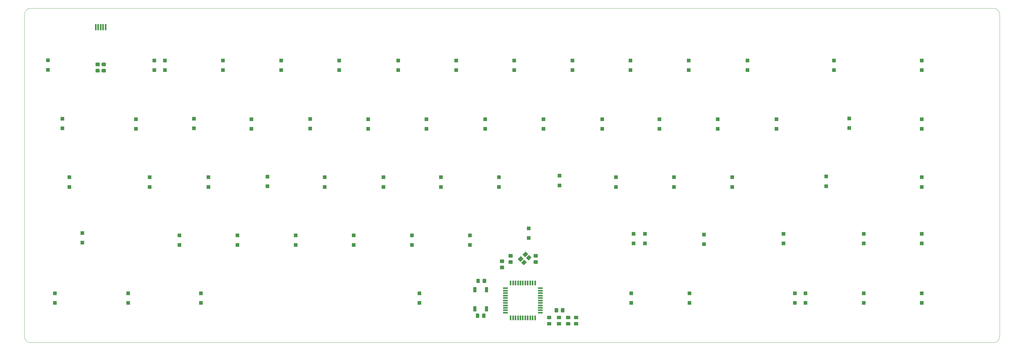
<source format=gbr>
G04 #@! TF.GenerationSoftware,KiCad,Pcbnew,(5.1.5)-3*
G04 #@! TF.CreationDate,2020-04-14T21:23:00-05:00*
G04 #@! TF.ProjectId,Without Led and Usb-c,57697468-6f75-4742-904c-656420616e64,rev?*
G04 #@! TF.SameCoordinates,Original*
G04 #@! TF.FileFunction,Paste,Bot*
G04 #@! TF.FilePolarity,Positive*
%FSLAX46Y46*%
G04 Gerber Fmt 4.6, Leading zero omitted, Abs format (unit mm)*
G04 Created by KiCad (PCBNEW (5.1.5)-3) date 2020-04-14 21:23:00*
%MOMM*%
%LPD*%
G04 APERTURE LIST*
%ADD10C,0.050000*%
%ADD11R,1.200000X1.200000*%
%ADD12C,0.100000*%
%ADD13R,0.550000X1.500000*%
%ADD14R,1.500000X0.550000*%
%ADD15R,1.000000X1.700000*%
%ADD16R,0.500000X2.000000*%
G04 APERTURE END LIST*
D10*
X9820000Y-147280000D02*
X9819976Y-41880000D01*
X326720000Y-39879976D02*
G75*
G02X328720024Y-41880000I0J-2000024D01*
G01*
X328720000Y-147280000D02*
G75*
G02X326720000Y-149280000I-2000000J0D01*
G01*
X11820000Y-149280000D02*
G75*
G02X9820000Y-147280000I0J2000000D01*
G01*
X9819976Y-41880000D02*
G75*
G02X11820000Y-39879976I2000024J0D01*
G01*
X11820000Y-39879976D02*
X15820000Y-39880000D01*
X326720000Y-149280000D02*
X11820000Y-149280000D01*
X328720024Y-41880000D02*
X328720000Y-147280000D01*
X15820000Y-39880000D02*
X326720000Y-39879976D01*
D11*
X43750000Y-136325000D03*
X43750000Y-133175000D03*
X261750000Y-136325000D03*
X261750000Y-133175000D03*
X303250000Y-79325000D03*
X303250000Y-76175000D03*
X303250000Y-60075000D03*
X303250000Y-56925000D03*
X303250000Y-136325000D03*
X303250000Y-133175000D03*
X303250000Y-116825000D03*
X303250000Y-113675000D03*
X303250000Y-98325000D03*
X303250000Y-95175000D03*
X279500000Y-79075000D03*
X279500000Y-75925000D03*
X274500000Y-60075000D03*
X274500000Y-56925000D03*
X284250000Y-136325000D03*
X284250000Y-133175000D03*
X284250000Y-116825000D03*
X284250000Y-113675000D03*
X272000000Y-98075000D03*
X272000000Y-94925000D03*
X255750000Y-79325000D03*
X255750000Y-76175000D03*
X246250000Y-60075000D03*
X246250000Y-56925000D03*
X265250000Y-136325000D03*
X265250000Y-133175000D03*
X258000000Y-116825000D03*
X258000000Y-113675000D03*
X241250000Y-98325000D03*
X241250000Y-95175000D03*
X236500000Y-79325000D03*
X236500000Y-76175000D03*
X227000000Y-60075000D03*
X227000000Y-56925000D03*
X227250000Y-136325000D03*
X227250000Y-133175000D03*
X232000000Y-117075000D03*
X232000000Y-113925000D03*
X222250000Y-98325000D03*
X222250000Y-95175000D03*
X217500000Y-79325000D03*
X217500000Y-76175000D03*
X208000000Y-60075000D03*
X208000000Y-56925000D03*
X208250000Y-136325000D03*
X208250000Y-133175000D03*
X212750000Y-116825000D03*
X212750000Y-113675000D03*
X203250000Y-98325000D03*
X203250000Y-95175000D03*
X198750000Y-79325000D03*
X198750000Y-76175000D03*
X189000000Y-60075000D03*
X189000000Y-56925000D03*
X209000000Y-116825000D03*
X209000000Y-113675000D03*
X184750000Y-97825000D03*
X184750000Y-94675000D03*
X179500000Y-79325000D03*
X179500000Y-76175000D03*
X170000000Y-60075000D03*
X170000000Y-56925000D03*
X174750000Y-115075000D03*
X174750000Y-111925000D03*
X165000000Y-98325000D03*
X165000000Y-95175000D03*
X160500000Y-79325000D03*
X160500000Y-76175000D03*
X151000000Y-60075000D03*
X151000000Y-56925000D03*
X155500000Y-117325000D03*
X155500000Y-114175000D03*
X146000000Y-98325000D03*
X146000000Y-95175000D03*
X141250000Y-79325000D03*
X141250000Y-76175000D03*
X132000000Y-60075000D03*
X132000000Y-56925000D03*
X139000000Y-136325000D03*
X139000000Y-133175000D03*
X136500000Y-117325000D03*
X136500000Y-114175000D03*
X127250000Y-98325000D03*
X127250000Y-95175000D03*
X122250000Y-79325000D03*
X122250000Y-76175000D03*
X112750000Y-60075000D03*
X112750000Y-56925000D03*
X117500000Y-117325000D03*
X117500000Y-114175000D03*
X108000000Y-98325000D03*
X108000000Y-95175000D03*
X103250000Y-79225000D03*
X103250000Y-76075000D03*
X93750000Y-60075000D03*
X93750000Y-56925000D03*
X98500000Y-117325000D03*
X98500000Y-114175000D03*
X89250000Y-98150000D03*
X89250000Y-95000000D03*
X84000000Y-79325000D03*
X84000000Y-76175000D03*
X74750000Y-60075000D03*
X74750000Y-56925000D03*
X67500000Y-136325000D03*
X67500000Y-133175000D03*
X79500000Y-117325000D03*
X79500000Y-114175000D03*
X70000000Y-98325000D03*
X70000000Y-95175000D03*
X65250000Y-79150000D03*
X65250000Y-76000000D03*
X55750000Y-60075000D03*
X55750000Y-56925000D03*
X60500000Y-117325000D03*
X60500000Y-114175000D03*
X50750000Y-98325000D03*
X50750000Y-95175000D03*
X46250000Y-79325000D03*
X46250000Y-76175000D03*
X52250000Y-60075000D03*
X52250000Y-56925000D03*
X19750000Y-136325000D03*
X19750000Y-133175000D03*
X28750000Y-116575000D03*
X28750000Y-113425000D03*
X24500000Y-98325000D03*
X24500000Y-95175000D03*
X22250000Y-79175000D03*
X22250000Y-76025000D03*
X17500000Y-56895000D03*
X17500000Y-60045000D03*
D12*
G36*
X184124505Y-138001204D02*
G01*
X184148773Y-138004804D01*
X184172572Y-138010765D01*
X184195671Y-138019030D01*
X184217850Y-138029520D01*
X184238893Y-138042132D01*
X184258599Y-138056747D01*
X184276777Y-138073223D01*
X184293253Y-138091401D01*
X184307868Y-138111107D01*
X184320480Y-138132150D01*
X184330970Y-138154329D01*
X184339235Y-138177428D01*
X184345196Y-138201227D01*
X184348796Y-138225495D01*
X184350000Y-138249999D01*
X184350000Y-139150001D01*
X184348796Y-139174505D01*
X184345196Y-139198773D01*
X184339235Y-139222572D01*
X184330970Y-139245671D01*
X184320480Y-139267850D01*
X184307868Y-139288893D01*
X184293253Y-139308599D01*
X184276777Y-139326777D01*
X184258599Y-139343253D01*
X184238893Y-139357868D01*
X184217850Y-139370480D01*
X184195671Y-139380970D01*
X184172572Y-139389235D01*
X184148773Y-139395196D01*
X184124505Y-139398796D01*
X184100001Y-139400000D01*
X183449999Y-139400000D01*
X183425495Y-139398796D01*
X183401227Y-139395196D01*
X183377428Y-139389235D01*
X183354329Y-139380970D01*
X183332150Y-139370480D01*
X183311107Y-139357868D01*
X183291401Y-139343253D01*
X183273223Y-139326777D01*
X183256747Y-139308599D01*
X183242132Y-139288893D01*
X183229520Y-139267850D01*
X183219030Y-139245671D01*
X183210765Y-139222572D01*
X183204804Y-139198773D01*
X183201204Y-139174505D01*
X183200000Y-139150001D01*
X183200000Y-138249999D01*
X183201204Y-138225495D01*
X183204804Y-138201227D01*
X183210765Y-138177428D01*
X183219030Y-138154329D01*
X183229520Y-138132150D01*
X183242132Y-138111107D01*
X183256747Y-138091401D01*
X183273223Y-138073223D01*
X183291401Y-138056747D01*
X183311107Y-138042132D01*
X183332150Y-138029520D01*
X183354329Y-138019030D01*
X183377428Y-138010765D01*
X183401227Y-138004804D01*
X183425495Y-138001204D01*
X183449999Y-138000000D01*
X184100001Y-138000000D01*
X184124505Y-138001204D01*
G37*
G36*
X186174505Y-138001204D02*
G01*
X186198773Y-138004804D01*
X186222572Y-138010765D01*
X186245671Y-138019030D01*
X186267850Y-138029520D01*
X186288893Y-138042132D01*
X186308599Y-138056747D01*
X186326777Y-138073223D01*
X186343253Y-138091401D01*
X186357868Y-138111107D01*
X186370480Y-138132150D01*
X186380970Y-138154329D01*
X186389235Y-138177428D01*
X186395196Y-138201227D01*
X186398796Y-138225495D01*
X186400000Y-138249999D01*
X186400000Y-139150001D01*
X186398796Y-139174505D01*
X186395196Y-139198773D01*
X186389235Y-139222572D01*
X186380970Y-139245671D01*
X186370480Y-139267850D01*
X186357868Y-139288893D01*
X186343253Y-139308599D01*
X186326777Y-139326777D01*
X186308599Y-139343253D01*
X186288893Y-139357868D01*
X186267850Y-139370480D01*
X186245671Y-139380970D01*
X186222572Y-139389235D01*
X186198773Y-139395196D01*
X186174505Y-139398796D01*
X186150001Y-139400000D01*
X185499999Y-139400000D01*
X185475495Y-139398796D01*
X185451227Y-139395196D01*
X185427428Y-139389235D01*
X185404329Y-139380970D01*
X185382150Y-139370480D01*
X185361107Y-139357868D01*
X185341401Y-139343253D01*
X185323223Y-139326777D01*
X185306747Y-139308599D01*
X185292132Y-139288893D01*
X185279520Y-139267850D01*
X185269030Y-139245671D01*
X185260765Y-139222572D01*
X185254804Y-139198773D01*
X185251204Y-139174505D01*
X185250000Y-139150001D01*
X185250000Y-138249999D01*
X185251204Y-138225495D01*
X185254804Y-138201227D01*
X185260765Y-138177428D01*
X185269030Y-138154329D01*
X185279520Y-138132150D01*
X185292132Y-138111107D01*
X185306747Y-138091401D01*
X185323223Y-138073223D01*
X185341401Y-138056747D01*
X185361107Y-138042132D01*
X185382150Y-138029520D01*
X185404329Y-138019030D01*
X185427428Y-138010765D01*
X185451227Y-138004804D01*
X185475495Y-138001204D01*
X185499999Y-138000000D01*
X186150001Y-138000000D01*
X186174505Y-138001204D01*
G37*
G36*
X160574505Y-128401204D02*
G01*
X160598773Y-128404804D01*
X160622572Y-128410765D01*
X160645671Y-128419030D01*
X160667850Y-128429520D01*
X160688893Y-128442132D01*
X160708599Y-128456747D01*
X160726777Y-128473223D01*
X160743253Y-128491401D01*
X160757868Y-128511107D01*
X160770480Y-128532150D01*
X160780970Y-128554329D01*
X160789235Y-128577428D01*
X160795196Y-128601227D01*
X160798796Y-128625495D01*
X160800000Y-128649999D01*
X160800000Y-129550001D01*
X160798796Y-129574505D01*
X160795196Y-129598773D01*
X160789235Y-129622572D01*
X160780970Y-129645671D01*
X160770480Y-129667850D01*
X160757868Y-129688893D01*
X160743253Y-129708599D01*
X160726777Y-129726777D01*
X160708599Y-129743253D01*
X160688893Y-129757868D01*
X160667850Y-129770480D01*
X160645671Y-129780970D01*
X160622572Y-129789235D01*
X160598773Y-129795196D01*
X160574505Y-129798796D01*
X160550001Y-129800000D01*
X159899999Y-129800000D01*
X159875495Y-129798796D01*
X159851227Y-129795196D01*
X159827428Y-129789235D01*
X159804329Y-129780970D01*
X159782150Y-129770480D01*
X159761107Y-129757868D01*
X159741401Y-129743253D01*
X159723223Y-129726777D01*
X159706747Y-129708599D01*
X159692132Y-129688893D01*
X159679520Y-129667850D01*
X159669030Y-129645671D01*
X159660765Y-129622572D01*
X159654804Y-129598773D01*
X159651204Y-129574505D01*
X159650000Y-129550001D01*
X159650000Y-128649999D01*
X159651204Y-128625495D01*
X159654804Y-128601227D01*
X159660765Y-128577428D01*
X159669030Y-128554329D01*
X159679520Y-128532150D01*
X159692132Y-128511107D01*
X159706747Y-128491401D01*
X159723223Y-128473223D01*
X159741401Y-128456747D01*
X159761107Y-128442132D01*
X159782150Y-128429520D01*
X159804329Y-128419030D01*
X159827428Y-128410765D01*
X159851227Y-128404804D01*
X159875495Y-128401204D01*
X159899999Y-128400000D01*
X160550001Y-128400000D01*
X160574505Y-128401204D01*
G37*
G36*
X158524505Y-128401204D02*
G01*
X158548773Y-128404804D01*
X158572572Y-128410765D01*
X158595671Y-128419030D01*
X158617850Y-128429520D01*
X158638893Y-128442132D01*
X158658599Y-128456747D01*
X158676777Y-128473223D01*
X158693253Y-128491401D01*
X158707868Y-128511107D01*
X158720480Y-128532150D01*
X158730970Y-128554329D01*
X158739235Y-128577428D01*
X158745196Y-128601227D01*
X158748796Y-128625495D01*
X158750000Y-128649999D01*
X158750000Y-129550001D01*
X158748796Y-129574505D01*
X158745196Y-129598773D01*
X158739235Y-129622572D01*
X158730970Y-129645671D01*
X158720480Y-129667850D01*
X158707868Y-129688893D01*
X158693253Y-129708599D01*
X158676777Y-129726777D01*
X158658599Y-129743253D01*
X158638893Y-129757868D01*
X158617850Y-129770480D01*
X158595671Y-129780970D01*
X158572572Y-129789235D01*
X158548773Y-129795196D01*
X158524505Y-129798796D01*
X158500001Y-129800000D01*
X157849999Y-129800000D01*
X157825495Y-129798796D01*
X157801227Y-129795196D01*
X157777428Y-129789235D01*
X157754329Y-129780970D01*
X157732150Y-129770480D01*
X157711107Y-129757868D01*
X157691401Y-129743253D01*
X157673223Y-129726777D01*
X157656747Y-129708599D01*
X157642132Y-129688893D01*
X157629520Y-129667850D01*
X157619030Y-129645671D01*
X157610765Y-129622572D01*
X157604804Y-129598773D01*
X157601204Y-129574505D01*
X157600000Y-129550001D01*
X157600000Y-128649999D01*
X157601204Y-128625495D01*
X157604804Y-128601227D01*
X157610765Y-128577428D01*
X157619030Y-128554329D01*
X157629520Y-128532150D01*
X157642132Y-128511107D01*
X157656747Y-128491401D01*
X157673223Y-128473223D01*
X157691401Y-128456747D01*
X157711107Y-128442132D01*
X157732150Y-128429520D01*
X157754329Y-128419030D01*
X157777428Y-128410765D01*
X157801227Y-128404804D01*
X157825495Y-128401204D01*
X157849999Y-128400000D01*
X158500001Y-128400000D01*
X158524505Y-128401204D01*
G37*
G36*
X158324505Y-139801204D02*
G01*
X158348773Y-139804804D01*
X158372572Y-139810765D01*
X158395671Y-139819030D01*
X158417850Y-139829520D01*
X158438893Y-139842132D01*
X158458599Y-139856747D01*
X158476777Y-139873223D01*
X158493253Y-139891401D01*
X158507868Y-139911107D01*
X158520480Y-139932150D01*
X158530970Y-139954329D01*
X158539235Y-139977428D01*
X158545196Y-140001227D01*
X158548796Y-140025495D01*
X158550000Y-140049999D01*
X158550000Y-140950001D01*
X158548796Y-140974505D01*
X158545196Y-140998773D01*
X158539235Y-141022572D01*
X158530970Y-141045671D01*
X158520480Y-141067850D01*
X158507868Y-141088893D01*
X158493253Y-141108599D01*
X158476777Y-141126777D01*
X158458599Y-141143253D01*
X158438893Y-141157868D01*
X158417850Y-141170480D01*
X158395671Y-141180970D01*
X158372572Y-141189235D01*
X158348773Y-141195196D01*
X158324505Y-141198796D01*
X158300001Y-141200000D01*
X157649999Y-141200000D01*
X157625495Y-141198796D01*
X157601227Y-141195196D01*
X157577428Y-141189235D01*
X157554329Y-141180970D01*
X157532150Y-141170480D01*
X157511107Y-141157868D01*
X157491401Y-141143253D01*
X157473223Y-141126777D01*
X157456747Y-141108599D01*
X157442132Y-141088893D01*
X157429520Y-141067850D01*
X157419030Y-141045671D01*
X157410765Y-141022572D01*
X157404804Y-140998773D01*
X157401204Y-140974505D01*
X157400000Y-140950001D01*
X157400000Y-140049999D01*
X157401204Y-140025495D01*
X157404804Y-140001227D01*
X157410765Y-139977428D01*
X157419030Y-139954329D01*
X157429520Y-139932150D01*
X157442132Y-139911107D01*
X157456747Y-139891401D01*
X157473223Y-139873223D01*
X157491401Y-139856747D01*
X157511107Y-139842132D01*
X157532150Y-139829520D01*
X157554329Y-139819030D01*
X157577428Y-139810765D01*
X157601227Y-139804804D01*
X157625495Y-139801204D01*
X157649999Y-139800000D01*
X158300001Y-139800000D01*
X158324505Y-139801204D01*
G37*
G36*
X160374505Y-139801204D02*
G01*
X160398773Y-139804804D01*
X160422572Y-139810765D01*
X160445671Y-139819030D01*
X160467850Y-139829520D01*
X160488893Y-139842132D01*
X160508599Y-139856747D01*
X160526777Y-139873223D01*
X160543253Y-139891401D01*
X160557868Y-139911107D01*
X160570480Y-139932150D01*
X160580970Y-139954329D01*
X160589235Y-139977428D01*
X160595196Y-140001227D01*
X160598796Y-140025495D01*
X160600000Y-140049999D01*
X160600000Y-140950001D01*
X160598796Y-140974505D01*
X160595196Y-140998773D01*
X160589235Y-141022572D01*
X160580970Y-141045671D01*
X160570480Y-141067850D01*
X160557868Y-141088893D01*
X160543253Y-141108599D01*
X160526777Y-141126777D01*
X160508599Y-141143253D01*
X160488893Y-141157868D01*
X160467850Y-141170480D01*
X160445671Y-141180970D01*
X160422572Y-141189235D01*
X160398773Y-141195196D01*
X160374505Y-141198796D01*
X160350001Y-141200000D01*
X159699999Y-141200000D01*
X159675495Y-141198796D01*
X159651227Y-141195196D01*
X159627428Y-141189235D01*
X159604329Y-141180970D01*
X159582150Y-141170480D01*
X159561107Y-141157868D01*
X159541401Y-141143253D01*
X159523223Y-141126777D01*
X159506747Y-141108599D01*
X159492132Y-141088893D01*
X159479520Y-141067850D01*
X159469030Y-141045671D01*
X159460765Y-141022572D01*
X159454804Y-140998773D01*
X159451204Y-140974505D01*
X159450000Y-140950001D01*
X159450000Y-140049999D01*
X159451204Y-140025495D01*
X159454804Y-140001227D01*
X159460765Y-139977428D01*
X159469030Y-139954329D01*
X159479520Y-139932150D01*
X159492132Y-139911107D01*
X159506747Y-139891401D01*
X159523223Y-139873223D01*
X159541401Y-139856747D01*
X159561107Y-139842132D01*
X159582150Y-139829520D01*
X159604329Y-139819030D01*
X159627428Y-139810765D01*
X159651227Y-139804804D01*
X159675495Y-139801204D01*
X159699999Y-139800000D01*
X160350001Y-139800000D01*
X160374505Y-139801204D01*
G37*
G36*
X166474505Y-122076204D02*
G01*
X166498773Y-122079804D01*
X166522572Y-122085765D01*
X166545671Y-122094030D01*
X166567850Y-122104520D01*
X166588893Y-122117132D01*
X166608599Y-122131747D01*
X166626777Y-122148223D01*
X166643253Y-122166401D01*
X166657868Y-122186107D01*
X166670480Y-122207150D01*
X166680970Y-122229329D01*
X166689235Y-122252428D01*
X166695196Y-122276227D01*
X166698796Y-122300495D01*
X166700000Y-122324999D01*
X166700000Y-122975001D01*
X166698796Y-122999505D01*
X166695196Y-123023773D01*
X166689235Y-123047572D01*
X166680970Y-123070671D01*
X166670480Y-123092850D01*
X166657868Y-123113893D01*
X166643253Y-123133599D01*
X166626777Y-123151777D01*
X166608599Y-123168253D01*
X166588893Y-123182868D01*
X166567850Y-123195480D01*
X166545671Y-123205970D01*
X166522572Y-123214235D01*
X166498773Y-123220196D01*
X166474505Y-123223796D01*
X166450001Y-123225000D01*
X165549999Y-123225000D01*
X165525495Y-123223796D01*
X165501227Y-123220196D01*
X165477428Y-123214235D01*
X165454329Y-123205970D01*
X165432150Y-123195480D01*
X165411107Y-123182868D01*
X165391401Y-123168253D01*
X165373223Y-123151777D01*
X165356747Y-123133599D01*
X165342132Y-123113893D01*
X165329520Y-123092850D01*
X165319030Y-123070671D01*
X165310765Y-123047572D01*
X165304804Y-123023773D01*
X165301204Y-122999505D01*
X165300000Y-122975001D01*
X165300000Y-122324999D01*
X165301204Y-122300495D01*
X165304804Y-122276227D01*
X165310765Y-122252428D01*
X165319030Y-122229329D01*
X165329520Y-122207150D01*
X165342132Y-122186107D01*
X165356747Y-122166401D01*
X165373223Y-122148223D01*
X165391401Y-122131747D01*
X165411107Y-122117132D01*
X165432150Y-122104520D01*
X165454329Y-122094030D01*
X165477428Y-122085765D01*
X165501227Y-122079804D01*
X165525495Y-122076204D01*
X165549999Y-122075000D01*
X166450001Y-122075000D01*
X166474505Y-122076204D01*
G37*
G36*
X166474505Y-124126204D02*
G01*
X166498773Y-124129804D01*
X166522572Y-124135765D01*
X166545671Y-124144030D01*
X166567850Y-124154520D01*
X166588893Y-124167132D01*
X166608599Y-124181747D01*
X166626777Y-124198223D01*
X166643253Y-124216401D01*
X166657868Y-124236107D01*
X166670480Y-124257150D01*
X166680970Y-124279329D01*
X166689235Y-124302428D01*
X166695196Y-124326227D01*
X166698796Y-124350495D01*
X166700000Y-124374999D01*
X166700000Y-125025001D01*
X166698796Y-125049505D01*
X166695196Y-125073773D01*
X166689235Y-125097572D01*
X166680970Y-125120671D01*
X166670480Y-125142850D01*
X166657868Y-125163893D01*
X166643253Y-125183599D01*
X166626777Y-125201777D01*
X166608599Y-125218253D01*
X166588893Y-125232868D01*
X166567850Y-125245480D01*
X166545671Y-125255970D01*
X166522572Y-125264235D01*
X166498773Y-125270196D01*
X166474505Y-125273796D01*
X166450001Y-125275000D01*
X165549999Y-125275000D01*
X165525495Y-125273796D01*
X165501227Y-125270196D01*
X165477428Y-125264235D01*
X165454329Y-125255970D01*
X165432150Y-125245480D01*
X165411107Y-125232868D01*
X165391401Y-125218253D01*
X165373223Y-125201777D01*
X165356747Y-125183599D01*
X165342132Y-125163893D01*
X165329520Y-125142850D01*
X165319030Y-125120671D01*
X165310765Y-125097572D01*
X165304804Y-125073773D01*
X165301204Y-125049505D01*
X165300000Y-125025001D01*
X165300000Y-124374999D01*
X165301204Y-124350495D01*
X165304804Y-124326227D01*
X165310765Y-124302428D01*
X165319030Y-124279329D01*
X165329520Y-124257150D01*
X165342132Y-124236107D01*
X165356747Y-124216401D01*
X165373223Y-124198223D01*
X165391401Y-124181747D01*
X165411107Y-124167132D01*
X165432150Y-124154520D01*
X165454329Y-124144030D01*
X165477428Y-124135765D01*
X165501227Y-124129804D01*
X165525495Y-124126204D01*
X165549999Y-124125000D01*
X166450001Y-124125000D01*
X166474505Y-124126204D01*
G37*
G36*
X188074505Y-142551204D02*
G01*
X188098773Y-142554804D01*
X188122572Y-142560765D01*
X188145671Y-142569030D01*
X188167850Y-142579520D01*
X188188893Y-142592132D01*
X188208599Y-142606747D01*
X188226777Y-142623223D01*
X188243253Y-142641401D01*
X188257868Y-142661107D01*
X188270480Y-142682150D01*
X188280970Y-142704329D01*
X188289235Y-142727428D01*
X188295196Y-142751227D01*
X188298796Y-142775495D01*
X188300000Y-142799999D01*
X188300000Y-143450001D01*
X188298796Y-143474505D01*
X188295196Y-143498773D01*
X188289235Y-143522572D01*
X188280970Y-143545671D01*
X188270480Y-143567850D01*
X188257868Y-143588893D01*
X188243253Y-143608599D01*
X188226777Y-143626777D01*
X188208599Y-143643253D01*
X188188893Y-143657868D01*
X188167850Y-143670480D01*
X188145671Y-143680970D01*
X188122572Y-143689235D01*
X188098773Y-143695196D01*
X188074505Y-143698796D01*
X188050001Y-143700000D01*
X187149999Y-143700000D01*
X187125495Y-143698796D01*
X187101227Y-143695196D01*
X187077428Y-143689235D01*
X187054329Y-143680970D01*
X187032150Y-143670480D01*
X187011107Y-143657868D01*
X186991401Y-143643253D01*
X186973223Y-143626777D01*
X186956747Y-143608599D01*
X186942132Y-143588893D01*
X186929520Y-143567850D01*
X186919030Y-143545671D01*
X186910765Y-143522572D01*
X186904804Y-143498773D01*
X186901204Y-143474505D01*
X186900000Y-143450001D01*
X186900000Y-142799999D01*
X186901204Y-142775495D01*
X186904804Y-142751227D01*
X186910765Y-142727428D01*
X186919030Y-142704329D01*
X186929520Y-142682150D01*
X186942132Y-142661107D01*
X186956747Y-142641401D01*
X186973223Y-142623223D01*
X186991401Y-142606747D01*
X187011107Y-142592132D01*
X187032150Y-142579520D01*
X187054329Y-142569030D01*
X187077428Y-142560765D01*
X187101227Y-142554804D01*
X187125495Y-142551204D01*
X187149999Y-142550000D01*
X188050001Y-142550000D01*
X188074505Y-142551204D01*
G37*
G36*
X188074505Y-140501204D02*
G01*
X188098773Y-140504804D01*
X188122572Y-140510765D01*
X188145671Y-140519030D01*
X188167850Y-140529520D01*
X188188893Y-140542132D01*
X188208599Y-140556747D01*
X188226777Y-140573223D01*
X188243253Y-140591401D01*
X188257868Y-140611107D01*
X188270480Y-140632150D01*
X188280970Y-140654329D01*
X188289235Y-140677428D01*
X188295196Y-140701227D01*
X188298796Y-140725495D01*
X188300000Y-140749999D01*
X188300000Y-141400001D01*
X188298796Y-141424505D01*
X188295196Y-141448773D01*
X188289235Y-141472572D01*
X188280970Y-141495671D01*
X188270480Y-141517850D01*
X188257868Y-141538893D01*
X188243253Y-141558599D01*
X188226777Y-141576777D01*
X188208599Y-141593253D01*
X188188893Y-141607868D01*
X188167850Y-141620480D01*
X188145671Y-141630970D01*
X188122572Y-141639235D01*
X188098773Y-141645196D01*
X188074505Y-141648796D01*
X188050001Y-141650000D01*
X187149999Y-141650000D01*
X187125495Y-141648796D01*
X187101227Y-141645196D01*
X187077428Y-141639235D01*
X187054329Y-141630970D01*
X187032150Y-141620480D01*
X187011107Y-141607868D01*
X186991401Y-141593253D01*
X186973223Y-141576777D01*
X186956747Y-141558599D01*
X186942132Y-141538893D01*
X186929520Y-141517850D01*
X186919030Y-141495671D01*
X186910765Y-141472572D01*
X186904804Y-141448773D01*
X186901204Y-141424505D01*
X186900000Y-141400001D01*
X186900000Y-140749999D01*
X186901204Y-140725495D01*
X186904804Y-140701227D01*
X186910765Y-140677428D01*
X186919030Y-140654329D01*
X186929520Y-140632150D01*
X186942132Y-140611107D01*
X186956747Y-140591401D01*
X186973223Y-140573223D01*
X186991401Y-140556747D01*
X187011107Y-140542132D01*
X187032150Y-140529520D01*
X187054329Y-140519030D01*
X187077428Y-140510765D01*
X187101227Y-140504804D01*
X187125495Y-140501204D01*
X187149999Y-140500000D01*
X188050001Y-140500000D01*
X188074505Y-140501204D01*
G37*
G36*
X185074505Y-142551204D02*
G01*
X185098773Y-142554804D01*
X185122572Y-142560765D01*
X185145671Y-142569030D01*
X185167850Y-142579520D01*
X185188893Y-142592132D01*
X185208599Y-142606747D01*
X185226777Y-142623223D01*
X185243253Y-142641401D01*
X185257868Y-142661107D01*
X185270480Y-142682150D01*
X185280970Y-142704329D01*
X185289235Y-142727428D01*
X185295196Y-142751227D01*
X185298796Y-142775495D01*
X185300000Y-142799999D01*
X185300000Y-143450001D01*
X185298796Y-143474505D01*
X185295196Y-143498773D01*
X185289235Y-143522572D01*
X185280970Y-143545671D01*
X185270480Y-143567850D01*
X185257868Y-143588893D01*
X185243253Y-143608599D01*
X185226777Y-143626777D01*
X185208599Y-143643253D01*
X185188893Y-143657868D01*
X185167850Y-143670480D01*
X185145671Y-143680970D01*
X185122572Y-143689235D01*
X185098773Y-143695196D01*
X185074505Y-143698796D01*
X185050001Y-143700000D01*
X184149999Y-143700000D01*
X184125495Y-143698796D01*
X184101227Y-143695196D01*
X184077428Y-143689235D01*
X184054329Y-143680970D01*
X184032150Y-143670480D01*
X184011107Y-143657868D01*
X183991401Y-143643253D01*
X183973223Y-143626777D01*
X183956747Y-143608599D01*
X183942132Y-143588893D01*
X183929520Y-143567850D01*
X183919030Y-143545671D01*
X183910765Y-143522572D01*
X183904804Y-143498773D01*
X183901204Y-143474505D01*
X183900000Y-143450001D01*
X183900000Y-142799999D01*
X183901204Y-142775495D01*
X183904804Y-142751227D01*
X183910765Y-142727428D01*
X183919030Y-142704329D01*
X183929520Y-142682150D01*
X183942132Y-142661107D01*
X183956747Y-142641401D01*
X183973223Y-142623223D01*
X183991401Y-142606747D01*
X184011107Y-142592132D01*
X184032150Y-142579520D01*
X184054329Y-142569030D01*
X184077428Y-142560765D01*
X184101227Y-142554804D01*
X184125495Y-142551204D01*
X184149999Y-142550000D01*
X185050001Y-142550000D01*
X185074505Y-142551204D01*
G37*
G36*
X185074505Y-140501204D02*
G01*
X185098773Y-140504804D01*
X185122572Y-140510765D01*
X185145671Y-140519030D01*
X185167850Y-140529520D01*
X185188893Y-140542132D01*
X185208599Y-140556747D01*
X185226777Y-140573223D01*
X185243253Y-140591401D01*
X185257868Y-140611107D01*
X185270480Y-140632150D01*
X185280970Y-140654329D01*
X185289235Y-140677428D01*
X185295196Y-140701227D01*
X185298796Y-140725495D01*
X185300000Y-140749999D01*
X185300000Y-141400001D01*
X185298796Y-141424505D01*
X185295196Y-141448773D01*
X185289235Y-141472572D01*
X185280970Y-141495671D01*
X185270480Y-141517850D01*
X185257868Y-141538893D01*
X185243253Y-141558599D01*
X185226777Y-141576777D01*
X185208599Y-141593253D01*
X185188893Y-141607868D01*
X185167850Y-141620480D01*
X185145671Y-141630970D01*
X185122572Y-141639235D01*
X185098773Y-141645196D01*
X185074505Y-141648796D01*
X185050001Y-141650000D01*
X184149999Y-141650000D01*
X184125495Y-141648796D01*
X184101227Y-141645196D01*
X184077428Y-141639235D01*
X184054329Y-141630970D01*
X184032150Y-141620480D01*
X184011107Y-141607868D01*
X183991401Y-141593253D01*
X183973223Y-141576777D01*
X183956747Y-141558599D01*
X183942132Y-141538893D01*
X183929520Y-141517850D01*
X183919030Y-141495671D01*
X183910765Y-141472572D01*
X183904804Y-141448773D01*
X183901204Y-141424505D01*
X183900000Y-141400001D01*
X183900000Y-140749999D01*
X183901204Y-140725495D01*
X183904804Y-140701227D01*
X183910765Y-140677428D01*
X183919030Y-140654329D01*
X183929520Y-140632150D01*
X183942132Y-140611107D01*
X183956747Y-140591401D01*
X183973223Y-140573223D01*
X183991401Y-140556747D01*
X184011107Y-140542132D01*
X184032150Y-140529520D01*
X184054329Y-140519030D01*
X184077428Y-140510765D01*
X184101227Y-140504804D01*
X184125495Y-140501204D01*
X184149999Y-140500000D01*
X185050001Y-140500000D01*
X185074505Y-140501204D01*
G37*
G36*
X181874505Y-142551204D02*
G01*
X181898773Y-142554804D01*
X181922572Y-142560765D01*
X181945671Y-142569030D01*
X181967850Y-142579520D01*
X181988893Y-142592132D01*
X182008599Y-142606747D01*
X182026777Y-142623223D01*
X182043253Y-142641401D01*
X182057868Y-142661107D01*
X182070480Y-142682150D01*
X182080970Y-142704329D01*
X182089235Y-142727428D01*
X182095196Y-142751227D01*
X182098796Y-142775495D01*
X182100000Y-142799999D01*
X182100000Y-143450001D01*
X182098796Y-143474505D01*
X182095196Y-143498773D01*
X182089235Y-143522572D01*
X182080970Y-143545671D01*
X182070480Y-143567850D01*
X182057868Y-143588893D01*
X182043253Y-143608599D01*
X182026777Y-143626777D01*
X182008599Y-143643253D01*
X181988893Y-143657868D01*
X181967850Y-143670480D01*
X181945671Y-143680970D01*
X181922572Y-143689235D01*
X181898773Y-143695196D01*
X181874505Y-143698796D01*
X181850001Y-143700000D01*
X180949999Y-143700000D01*
X180925495Y-143698796D01*
X180901227Y-143695196D01*
X180877428Y-143689235D01*
X180854329Y-143680970D01*
X180832150Y-143670480D01*
X180811107Y-143657868D01*
X180791401Y-143643253D01*
X180773223Y-143626777D01*
X180756747Y-143608599D01*
X180742132Y-143588893D01*
X180729520Y-143567850D01*
X180719030Y-143545671D01*
X180710765Y-143522572D01*
X180704804Y-143498773D01*
X180701204Y-143474505D01*
X180700000Y-143450001D01*
X180700000Y-142799999D01*
X180701204Y-142775495D01*
X180704804Y-142751227D01*
X180710765Y-142727428D01*
X180719030Y-142704329D01*
X180729520Y-142682150D01*
X180742132Y-142661107D01*
X180756747Y-142641401D01*
X180773223Y-142623223D01*
X180791401Y-142606747D01*
X180811107Y-142592132D01*
X180832150Y-142579520D01*
X180854329Y-142569030D01*
X180877428Y-142560765D01*
X180901227Y-142554804D01*
X180925495Y-142551204D01*
X180949999Y-142550000D01*
X181850001Y-142550000D01*
X181874505Y-142551204D01*
G37*
G36*
X181874505Y-140501204D02*
G01*
X181898773Y-140504804D01*
X181922572Y-140510765D01*
X181945671Y-140519030D01*
X181967850Y-140529520D01*
X181988893Y-140542132D01*
X182008599Y-140556747D01*
X182026777Y-140573223D01*
X182043253Y-140591401D01*
X182057868Y-140611107D01*
X182070480Y-140632150D01*
X182080970Y-140654329D01*
X182089235Y-140677428D01*
X182095196Y-140701227D01*
X182098796Y-140725495D01*
X182100000Y-140749999D01*
X182100000Y-141400001D01*
X182098796Y-141424505D01*
X182095196Y-141448773D01*
X182089235Y-141472572D01*
X182080970Y-141495671D01*
X182070480Y-141517850D01*
X182057868Y-141538893D01*
X182043253Y-141558599D01*
X182026777Y-141576777D01*
X182008599Y-141593253D01*
X181988893Y-141607868D01*
X181967850Y-141620480D01*
X181945671Y-141630970D01*
X181922572Y-141639235D01*
X181898773Y-141645196D01*
X181874505Y-141648796D01*
X181850001Y-141650000D01*
X180949999Y-141650000D01*
X180925495Y-141648796D01*
X180901227Y-141645196D01*
X180877428Y-141639235D01*
X180854329Y-141630970D01*
X180832150Y-141620480D01*
X180811107Y-141607868D01*
X180791401Y-141593253D01*
X180773223Y-141576777D01*
X180756747Y-141558599D01*
X180742132Y-141538893D01*
X180729520Y-141517850D01*
X180719030Y-141495671D01*
X180710765Y-141472572D01*
X180704804Y-141448773D01*
X180701204Y-141424505D01*
X180700000Y-141400001D01*
X180700000Y-140749999D01*
X180701204Y-140725495D01*
X180704804Y-140701227D01*
X180710765Y-140677428D01*
X180719030Y-140654329D01*
X180729520Y-140632150D01*
X180742132Y-140611107D01*
X180756747Y-140591401D01*
X180773223Y-140573223D01*
X180791401Y-140556747D01*
X180811107Y-140542132D01*
X180832150Y-140529520D01*
X180854329Y-140519030D01*
X180877428Y-140510765D01*
X180901227Y-140504804D01*
X180925495Y-140501204D01*
X180949999Y-140500000D01*
X181850001Y-140500000D01*
X181874505Y-140501204D01*
G37*
D13*
X168800000Y-141200000D03*
X169600000Y-141200000D03*
X170400000Y-141200000D03*
X171200000Y-141200000D03*
X172000000Y-141200000D03*
X172800000Y-141200000D03*
X173600000Y-141200000D03*
X174400000Y-141200000D03*
X175200000Y-141200000D03*
X176000000Y-141200000D03*
X176800000Y-141200000D03*
D14*
X178500000Y-139500000D03*
X178500000Y-138700000D03*
X178500000Y-137900000D03*
X178500000Y-137100000D03*
X178500000Y-136300000D03*
X178500000Y-135500000D03*
X178500000Y-134700000D03*
X178500000Y-133900000D03*
X178500000Y-133100000D03*
X178500000Y-132300000D03*
X178500000Y-131500000D03*
D13*
X176800000Y-129800000D03*
X176000000Y-129800000D03*
X175200000Y-129800000D03*
X174400000Y-129800000D03*
X173600000Y-129800000D03*
X172800000Y-129800000D03*
X172000000Y-129800000D03*
X171200000Y-129800000D03*
X170400000Y-129800000D03*
X169600000Y-129800000D03*
X168800000Y-129800000D03*
D14*
X167100000Y-131500000D03*
X167100000Y-132300000D03*
X167100000Y-133100000D03*
X167100000Y-133900000D03*
X167100000Y-134700000D03*
X167100000Y-135500000D03*
X167100000Y-136300000D03*
X167100000Y-137100000D03*
X167100000Y-137900000D03*
X167100000Y-138700000D03*
X167100000Y-139500000D03*
D12*
G36*
X174672792Y-122407107D02*
G01*
X173824264Y-121558579D01*
X174814214Y-120568629D01*
X175662742Y-121417157D01*
X174672792Y-122407107D01*
G37*
G36*
X173117157Y-123962742D02*
G01*
X172268629Y-123114214D01*
X173258579Y-122124264D01*
X174107107Y-122972792D01*
X173117157Y-123962742D01*
G37*
G36*
X173541421Y-121275736D02*
G01*
X172692893Y-120427208D01*
X173682843Y-119437258D01*
X174531371Y-120285786D01*
X173541421Y-121275736D01*
G37*
G36*
X171985786Y-122831371D02*
G01*
X171137258Y-121982843D01*
X172127208Y-120992893D01*
X172975736Y-121841421D01*
X171985786Y-122831371D01*
G37*
G36*
X169274505Y-120301204D02*
G01*
X169298773Y-120304804D01*
X169322572Y-120310765D01*
X169345671Y-120319030D01*
X169367850Y-120329520D01*
X169388893Y-120342132D01*
X169408599Y-120356747D01*
X169426777Y-120373223D01*
X169443253Y-120391401D01*
X169457868Y-120411107D01*
X169470480Y-120432150D01*
X169480970Y-120454329D01*
X169489235Y-120477428D01*
X169495196Y-120501227D01*
X169498796Y-120525495D01*
X169500000Y-120549999D01*
X169500000Y-121200001D01*
X169498796Y-121224505D01*
X169495196Y-121248773D01*
X169489235Y-121272572D01*
X169480970Y-121295671D01*
X169470480Y-121317850D01*
X169457868Y-121338893D01*
X169443253Y-121358599D01*
X169426777Y-121376777D01*
X169408599Y-121393253D01*
X169388893Y-121407868D01*
X169367850Y-121420480D01*
X169345671Y-121430970D01*
X169322572Y-121439235D01*
X169298773Y-121445196D01*
X169274505Y-121448796D01*
X169250001Y-121450000D01*
X168349999Y-121450000D01*
X168325495Y-121448796D01*
X168301227Y-121445196D01*
X168277428Y-121439235D01*
X168254329Y-121430970D01*
X168232150Y-121420480D01*
X168211107Y-121407868D01*
X168191401Y-121393253D01*
X168173223Y-121376777D01*
X168156747Y-121358599D01*
X168142132Y-121338893D01*
X168129520Y-121317850D01*
X168119030Y-121295671D01*
X168110765Y-121272572D01*
X168104804Y-121248773D01*
X168101204Y-121224505D01*
X168100000Y-121200001D01*
X168100000Y-120549999D01*
X168101204Y-120525495D01*
X168104804Y-120501227D01*
X168110765Y-120477428D01*
X168119030Y-120454329D01*
X168129520Y-120432150D01*
X168142132Y-120411107D01*
X168156747Y-120391401D01*
X168173223Y-120373223D01*
X168191401Y-120356747D01*
X168211107Y-120342132D01*
X168232150Y-120329520D01*
X168254329Y-120319030D01*
X168277428Y-120310765D01*
X168301227Y-120304804D01*
X168325495Y-120301204D01*
X168349999Y-120300000D01*
X169250001Y-120300000D01*
X169274505Y-120301204D01*
G37*
G36*
X169274505Y-122351204D02*
G01*
X169298773Y-122354804D01*
X169322572Y-122360765D01*
X169345671Y-122369030D01*
X169367850Y-122379520D01*
X169388893Y-122392132D01*
X169408599Y-122406747D01*
X169426777Y-122423223D01*
X169443253Y-122441401D01*
X169457868Y-122461107D01*
X169470480Y-122482150D01*
X169480970Y-122504329D01*
X169489235Y-122527428D01*
X169495196Y-122551227D01*
X169498796Y-122575495D01*
X169500000Y-122599999D01*
X169500000Y-123250001D01*
X169498796Y-123274505D01*
X169495196Y-123298773D01*
X169489235Y-123322572D01*
X169480970Y-123345671D01*
X169470480Y-123367850D01*
X169457868Y-123388893D01*
X169443253Y-123408599D01*
X169426777Y-123426777D01*
X169408599Y-123443253D01*
X169388893Y-123457868D01*
X169367850Y-123470480D01*
X169345671Y-123480970D01*
X169322572Y-123489235D01*
X169298773Y-123495196D01*
X169274505Y-123498796D01*
X169250001Y-123500000D01*
X168349999Y-123500000D01*
X168325495Y-123498796D01*
X168301227Y-123495196D01*
X168277428Y-123489235D01*
X168254329Y-123480970D01*
X168232150Y-123470480D01*
X168211107Y-123457868D01*
X168191401Y-123443253D01*
X168173223Y-123426777D01*
X168156747Y-123408599D01*
X168142132Y-123388893D01*
X168129520Y-123367850D01*
X168119030Y-123345671D01*
X168110765Y-123322572D01*
X168104804Y-123298773D01*
X168101204Y-123274505D01*
X168100000Y-123250001D01*
X168100000Y-122599999D01*
X168101204Y-122575495D01*
X168104804Y-122551227D01*
X168110765Y-122527428D01*
X168119030Y-122504329D01*
X168129520Y-122482150D01*
X168142132Y-122461107D01*
X168156747Y-122441401D01*
X168173223Y-122423223D01*
X168191401Y-122406747D01*
X168211107Y-122392132D01*
X168232150Y-122379520D01*
X168254329Y-122369030D01*
X168277428Y-122360765D01*
X168301227Y-122354804D01*
X168325495Y-122351204D01*
X168349999Y-122350000D01*
X169250001Y-122350000D01*
X169274505Y-122351204D01*
G37*
G36*
X34224505Y-57651204D02*
G01*
X34248773Y-57654804D01*
X34272572Y-57660765D01*
X34295671Y-57669030D01*
X34317850Y-57679520D01*
X34338893Y-57692132D01*
X34358599Y-57706747D01*
X34376777Y-57723223D01*
X34393253Y-57741401D01*
X34407868Y-57761107D01*
X34420480Y-57782150D01*
X34430970Y-57804329D01*
X34439235Y-57827428D01*
X34445196Y-57851227D01*
X34448796Y-57875495D01*
X34450000Y-57899999D01*
X34450000Y-58550001D01*
X34448796Y-58574505D01*
X34445196Y-58598773D01*
X34439235Y-58622572D01*
X34430970Y-58645671D01*
X34420480Y-58667850D01*
X34407868Y-58688893D01*
X34393253Y-58708599D01*
X34376777Y-58726777D01*
X34358599Y-58743253D01*
X34338893Y-58757868D01*
X34317850Y-58770480D01*
X34295671Y-58780970D01*
X34272572Y-58789235D01*
X34248773Y-58795196D01*
X34224505Y-58798796D01*
X34200001Y-58800000D01*
X33299999Y-58800000D01*
X33275495Y-58798796D01*
X33251227Y-58795196D01*
X33227428Y-58789235D01*
X33204329Y-58780970D01*
X33182150Y-58770480D01*
X33161107Y-58757868D01*
X33141401Y-58743253D01*
X33123223Y-58726777D01*
X33106747Y-58708599D01*
X33092132Y-58688893D01*
X33079520Y-58667850D01*
X33069030Y-58645671D01*
X33060765Y-58622572D01*
X33054804Y-58598773D01*
X33051204Y-58574505D01*
X33050000Y-58550001D01*
X33050000Y-57899999D01*
X33051204Y-57875495D01*
X33054804Y-57851227D01*
X33060765Y-57827428D01*
X33069030Y-57804329D01*
X33079520Y-57782150D01*
X33092132Y-57761107D01*
X33106747Y-57741401D01*
X33123223Y-57723223D01*
X33141401Y-57706747D01*
X33161107Y-57692132D01*
X33182150Y-57679520D01*
X33204329Y-57669030D01*
X33227428Y-57660765D01*
X33251227Y-57654804D01*
X33275495Y-57651204D01*
X33299999Y-57650000D01*
X34200001Y-57650000D01*
X34224505Y-57651204D01*
G37*
G36*
X34224505Y-59701204D02*
G01*
X34248773Y-59704804D01*
X34272572Y-59710765D01*
X34295671Y-59719030D01*
X34317850Y-59729520D01*
X34338893Y-59742132D01*
X34358599Y-59756747D01*
X34376777Y-59773223D01*
X34393253Y-59791401D01*
X34407868Y-59811107D01*
X34420480Y-59832150D01*
X34430970Y-59854329D01*
X34439235Y-59877428D01*
X34445196Y-59901227D01*
X34448796Y-59925495D01*
X34450000Y-59949999D01*
X34450000Y-60600001D01*
X34448796Y-60624505D01*
X34445196Y-60648773D01*
X34439235Y-60672572D01*
X34430970Y-60695671D01*
X34420480Y-60717850D01*
X34407868Y-60738893D01*
X34393253Y-60758599D01*
X34376777Y-60776777D01*
X34358599Y-60793253D01*
X34338893Y-60807868D01*
X34317850Y-60820480D01*
X34295671Y-60830970D01*
X34272572Y-60839235D01*
X34248773Y-60845196D01*
X34224505Y-60848796D01*
X34200001Y-60850000D01*
X33299999Y-60850000D01*
X33275495Y-60848796D01*
X33251227Y-60845196D01*
X33227428Y-60839235D01*
X33204329Y-60830970D01*
X33182150Y-60820480D01*
X33161107Y-60807868D01*
X33141401Y-60793253D01*
X33123223Y-60776777D01*
X33106747Y-60758599D01*
X33092132Y-60738893D01*
X33079520Y-60717850D01*
X33069030Y-60695671D01*
X33060765Y-60672572D01*
X33054804Y-60648773D01*
X33051204Y-60624505D01*
X33050000Y-60600001D01*
X33050000Y-59949999D01*
X33051204Y-59925495D01*
X33054804Y-59901227D01*
X33060765Y-59877428D01*
X33069030Y-59854329D01*
X33079520Y-59832150D01*
X33092132Y-59811107D01*
X33106747Y-59791401D01*
X33123223Y-59773223D01*
X33141401Y-59756747D01*
X33161107Y-59742132D01*
X33182150Y-59729520D01*
X33204329Y-59719030D01*
X33227428Y-59710765D01*
X33251227Y-59704804D01*
X33275495Y-59701204D01*
X33299999Y-59700000D01*
X34200001Y-59700000D01*
X34224505Y-59701204D01*
G37*
D15*
X160900000Y-138250000D03*
X160900000Y-131950000D03*
X157100000Y-138250000D03*
X157100000Y-131950000D03*
D12*
G36*
X177474505Y-122351204D02*
G01*
X177498773Y-122354804D01*
X177522572Y-122360765D01*
X177545671Y-122369030D01*
X177567850Y-122379520D01*
X177588893Y-122392132D01*
X177608599Y-122406747D01*
X177626777Y-122423223D01*
X177643253Y-122441401D01*
X177657868Y-122461107D01*
X177670480Y-122482150D01*
X177680970Y-122504329D01*
X177689235Y-122527428D01*
X177695196Y-122551227D01*
X177698796Y-122575495D01*
X177700000Y-122599999D01*
X177700000Y-123250001D01*
X177698796Y-123274505D01*
X177695196Y-123298773D01*
X177689235Y-123322572D01*
X177680970Y-123345671D01*
X177670480Y-123367850D01*
X177657868Y-123388893D01*
X177643253Y-123408599D01*
X177626777Y-123426777D01*
X177608599Y-123443253D01*
X177588893Y-123457868D01*
X177567850Y-123470480D01*
X177545671Y-123480970D01*
X177522572Y-123489235D01*
X177498773Y-123495196D01*
X177474505Y-123498796D01*
X177450001Y-123500000D01*
X176549999Y-123500000D01*
X176525495Y-123498796D01*
X176501227Y-123495196D01*
X176477428Y-123489235D01*
X176454329Y-123480970D01*
X176432150Y-123470480D01*
X176411107Y-123457868D01*
X176391401Y-123443253D01*
X176373223Y-123426777D01*
X176356747Y-123408599D01*
X176342132Y-123388893D01*
X176329520Y-123367850D01*
X176319030Y-123345671D01*
X176310765Y-123322572D01*
X176304804Y-123298773D01*
X176301204Y-123274505D01*
X176300000Y-123250001D01*
X176300000Y-122599999D01*
X176301204Y-122575495D01*
X176304804Y-122551227D01*
X176310765Y-122527428D01*
X176319030Y-122504329D01*
X176329520Y-122482150D01*
X176342132Y-122461107D01*
X176356747Y-122441401D01*
X176373223Y-122423223D01*
X176391401Y-122406747D01*
X176411107Y-122392132D01*
X176432150Y-122379520D01*
X176454329Y-122369030D01*
X176477428Y-122360765D01*
X176501227Y-122354804D01*
X176525495Y-122351204D01*
X176549999Y-122350000D01*
X177450001Y-122350000D01*
X177474505Y-122351204D01*
G37*
G36*
X177474505Y-120301204D02*
G01*
X177498773Y-120304804D01*
X177522572Y-120310765D01*
X177545671Y-120319030D01*
X177567850Y-120329520D01*
X177588893Y-120342132D01*
X177608599Y-120356747D01*
X177626777Y-120373223D01*
X177643253Y-120391401D01*
X177657868Y-120411107D01*
X177670480Y-120432150D01*
X177680970Y-120454329D01*
X177689235Y-120477428D01*
X177695196Y-120501227D01*
X177698796Y-120525495D01*
X177700000Y-120549999D01*
X177700000Y-121200001D01*
X177698796Y-121224505D01*
X177695196Y-121248773D01*
X177689235Y-121272572D01*
X177680970Y-121295671D01*
X177670480Y-121317850D01*
X177657868Y-121338893D01*
X177643253Y-121358599D01*
X177626777Y-121376777D01*
X177608599Y-121393253D01*
X177588893Y-121407868D01*
X177567850Y-121420480D01*
X177545671Y-121430970D01*
X177522572Y-121439235D01*
X177498773Y-121445196D01*
X177474505Y-121448796D01*
X177450001Y-121450000D01*
X176549999Y-121450000D01*
X176525495Y-121448796D01*
X176501227Y-121445196D01*
X176477428Y-121439235D01*
X176454329Y-121430970D01*
X176432150Y-121420480D01*
X176411107Y-121407868D01*
X176391401Y-121393253D01*
X176373223Y-121376777D01*
X176356747Y-121358599D01*
X176342132Y-121338893D01*
X176329520Y-121317850D01*
X176319030Y-121295671D01*
X176310765Y-121272572D01*
X176304804Y-121248773D01*
X176301204Y-121224505D01*
X176300000Y-121200001D01*
X176300000Y-120549999D01*
X176301204Y-120525495D01*
X176304804Y-120501227D01*
X176310765Y-120477428D01*
X176319030Y-120454329D01*
X176329520Y-120432150D01*
X176342132Y-120411107D01*
X176356747Y-120391401D01*
X176373223Y-120373223D01*
X176391401Y-120356747D01*
X176411107Y-120342132D01*
X176432150Y-120329520D01*
X176454329Y-120319030D01*
X176477428Y-120310765D01*
X176501227Y-120304804D01*
X176525495Y-120301204D01*
X176549999Y-120300000D01*
X177450001Y-120300000D01*
X177474505Y-120301204D01*
G37*
G36*
X36224505Y-57651204D02*
G01*
X36248773Y-57654804D01*
X36272572Y-57660765D01*
X36295671Y-57669030D01*
X36317850Y-57679520D01*
X36338893Y-57692132D01*
X36358599Y-57706747D01*
X36376777Y-57723223D01*
X36393253Y-57741401D01*
X36407868Y-57761107D01*
X36420480Y-57782150D01*
X36430970Y-57804329D01*
X36439235Y-57827428D01*
X36445196Y-57851227D01*
X36448796Y-57875495D01*
X36450000Y-57899999D01*
X36450000Y-58550001D01*
X36448796Y-58574505D01*
X36445196Y-58598773D01*
X36439235Y-58622572D01*
X36430970Y-58645671D01*
X36420480Y-58667850D01*
X36407868Y-58688893D01*
X36393253Y-58708599D01*
X36376777Y-58726777D01*
X36358599Y-58743253D01*
X36338893Y-58757868D01*
X36317850Y-58770480D01*
X36295671Y-58780970D01*
X36272572Y-58789235D01*
X36248773Y-58795196D01*
X36224505Y-58798796D01*
X36200001Y-58800000D01*
X35299999Y-58800000D01*
X35275495Y-58798796D01*
X35251227Y-58795196D01*
X35227428Y-58789235D01*
X35204329Y-58780970D01*
X35182150Y-58770480D01*
X35161107Y-58757868D01*
X35141401Y-58743253D01*
X35123223Y-58726777D01*
X35106747Y-58708599D01*
X35092132Y-58688893D01*
X35079520Y-58667850D01*
X35069030Y-58645671D01*
X35060765Y-58622572D01*
X35054804Y-58598773D01*
X35051204Y-58574505D01*
X35050000Y-58550001D01*
X35050000Y-57899999D01*
X35051204Y-57875495D01*
X35054804Y-57851227D01*
X35060765Y-57827428D01*
X35069030Y-57804329D01*
X35079520Y-57782150D01*
X35092132Y-57761107D01*
X35106747Y-57741401D01*
X35123223Y-57723223D01*
X35141401Y-57706747D01*
X35161107Y-57692132D01*
X35182150Y-57679520D01*
X35204329Y-57669030D01*
X35227428Y-57660765D01*
X35251227Y-57654804D01*
X35275495Y-57651204D01*
X35299999Y-57650000D01*
X36200001Y-57650000D01*
X36224505Y-57651204D01*
G37*
G36*
X36224505Y-59701204D02*
G01*
X36248773Y-59704804D01*
X36272572Y-59710765D01*
X36295671Y-59719030D01*
X36317850Y-59729520D01*
X36338893Y-59742132D01*
X36358599Y-59756747D01*
X36376777Y-59773223D01*
X36393253Y-59791401D01*
X36407868Y-59811107D01*
X36420480Y-59832150D01*
X36430970Y-59854329D01*
X36439235Y-59877428D01*
X36445196Y-59901227D01*
X36448796Y-59925495D01*
X36450000Y-59949999D01*
X36450000Y-60600001D01*
X36448796Y-60624505D01*
X36445196Y-60648773D01*
X36439235Y-60672572D01*
X36430970Y-60695671D01*
X36420480Y-60717850D01*
X36407868Y-60738893D01*
X36393253Y-60758599D01*
X36376777Y-60776777D01*
X36358599Y-60793253D01*
X36338893Y-60807868D01*
X36317850Y-60820480D01*
X36295671Y-60830970D01*
X36272572Y-60839235D01*
X36248773Y-60845196D01*
X36224505Y-60848796D01*
X36200001Y-60850000D01*
X35299999Y-60850000D01*
X35275495Y-60848796D01*
X35251227Y-60845196D01*
X35227428Y-60839235D01*
X35204329Y-60830970D01*
X35182150Y-60820480D01*
X35161107Y-60807868D01*
X35141401Y-60793253D01*
X35123223Y-60776777D01*
X35106747Y-60758599D01*
X35092132Y-60738893D01*
X35079520Y-60717850D01*
X35069030Y-60695671D01*
X35060765Y-60672572D01*
X35054804Y-60648773D01*
X35051204Y-60624505D01*
X35050000Y-60600001D01*
X35050000Y-59949999D01*
X35051204Y-59925495D01*
X35054804Y-59901227D01*
X35060765Y-59877428D01*
X35069030Y-59854329D01*
X35079520Y-59832150D01*
X35092132Y-59811107D01*
X35106747Y-59791401D01*
X35123223Y-59773223D01*
X35141401Y-59756747D01*
X35161107Y-59742132D01*
X35182150Y-59729520D01*
X35204329Y-59719030D01*
X35227428Y-59710765D01*
X35251227Y-59704804D01*
X35275495Y-59701204D01*
X35299999Y-59700000D01*
X36200001Y-59700000D01*
X36224505Y-59701204D01*
G37*
D16*
X33150000Y-46000000D03*
X33950000Y-46000000D03*
X36350000Y-46000000D03*
X35550000Y-46000000D03*
X34750000Y-46000000D03*
D12*
G36*
X190674505Y-142551204D02*
G01*
X190698773Y-142554804D01*
X190722572Y-142560765D01*
X190745671Y-142569030D01*
X190767850Y-142579520D01*
X190788893Y-142592132D01*
X190808599Y-142606747D01*
X190826777Y-142623223D01*
X190843253Y-142641401D01*
X190857868Y-142661107D01*
X190870480Y-142682150D01*
X190880970Y-142704329D01*
X190889235Y-142727428D01*
X190895196Y-142751227D01*
X190898796Y-142775495D01*
X190900000Y-142799999D01*
X190900000Y-143450001D01*
X190898796Y-143474505D01*
X190895196Y-143498773D01*
X190889235Y-143522572D01*
X190880970Y-143545671D01*
X190870480Y-143567850D01*
X190857868Y-143588893D01*
X190843253Y-143608599D01*
X190826777Y-143626777D01*
X190808599Y-143643253D01*
X190788893Y-143657868D01*
X190767850Y-143670480D01*
X190745671Y-143680970D01*
X190722572Y-143689235D01*
X190698773Y-143695196D01*
X190674505Y-143698796D01*
X190650001Y-143700000D01*
X189749999Y-143700000D01*
X189725495Y-143698796D01*
X189701227Y-143695196D01*
X189677428Y-143689235D01*
X189654329Y-143680970D01*
X189632150Y-143670480D01*
X189611107Y-143657868D01*
X189591401Y-143643253D01*
X189573223Y-143626777D01*
X189556747Y-143608599D01*
X189542132Y-143588893D01*
X189529520Y-143567850D01*
X189519030Y-143545671D01*
X189510765Y-143522572D01*
X189504804Y-143498773D01*
X189501204Y-143474505D01*
X189500000Y-143450001D01*
X189500000Y-142799999D01*
X189501204Y-142775495D01*
X189504804Y-142751227D01*
X189510765Y-142727428D01*
X189519030Y-142704329D01*
X189529520Y-142682150D01*
X189542132Y-142661107D01*
X189556747Y-142641401D01*
X189573223Y-142623223D01*
X189591401Y-142606747D01*
X189611107Y-142592132D01*
X189632150Y-142579520D01*
X189654329Y-142569030D01*
X189677428Y-142560765D01*
X189701227Y-142554804D01*
X189725495Y-142551204D01*
X189749999Y-142550000D01*
X190650001Y-142550000D01*
X190674505Y-142551204D01*
G37*
G36*
X190674505Y-140501204D02*
G01*
X190698773Y-140504804D01*
X190722572Y-140510765D01*
X190745671Y-140519030D01*
X190767850Y-140529520D01*
X190788893Y-140542132D01*
X190808599Y-140556747D01*
X190826777Y-140573223D01*
X190843253Y-140591401D01*
X190857868Y-140611107D01*
X190870480Y-140632150D01*
X190880970Y-140654329D01*
X190889235Y-140677428D01*
X190895196Y-140701227D01*
X190898796Y-140725495D01*
X190900000Y-140749999D01*
X190900000Y-141400001D01*
X190898796Y-141424505D01*
X190895196Y-141448773D01*
X190889235Y-141472572D01*
X190880970Y-141495671D01*
X190870480Y-141517850D01*
X190857868Y-141538893D01*
X190843253Y-141558599D01*
X190826777Y-141576777D01*
X190808599Y-141593253D01*
X190788893Y-141607868D01*
X190767850Y-141620480D01*
X190745671Y-141630970D01*
X190722572Y-141639235D01*
X190698773Y-141645196D01*
X190674505Y-141648796D01*
X190650001Y-141650000D01*
X189749999Y-141650000D01*
X189725495Y-141648796D01*
X189701227Y-141645196D01*
X189677428Y-141639235D01*
X189654329Y-141630970D01*
X189632150Y-141620480D01*
X189611107Y-141607868D01*
X189591401Y-141593253D01*
X189573223Y-141576777D01*
X189556747Y-141558599D01*
X189542132Y-141538893D01*
X189529520Y-141517850D01*
X189519030Y-141495671D01*
X189510765Y-141472572D01*
X189504804Y-141448773D01*
X189501204Y-141424505D01*
X189500000Y-141400001D01*
X189500000Y-140749999D01*
X189501204Y-140725495D01*
X189504804Y-140701227D01*
X189510765Y-140677428D01*
X189519030Y-140654329D01*
X189529520Y-140632150D01*
X189542132Y-140611107D01*
X189556747Y-140591401D01*
X189573223Y-140573223D01*
X189591401Y-140556747D01*
X189611107Y-140542132D01*
X189632150Y-140529520D01*
X189654329Y-140519030D01*
X189677428Y-140510765D01*
X189701227Y-140504804D01*
X189725495Y-140501204D01*
X189749999Y-140500000D01*
X190650001Y-140500000D01*
X190674505Y-140501204D01*
G37*
M02*

</source>
